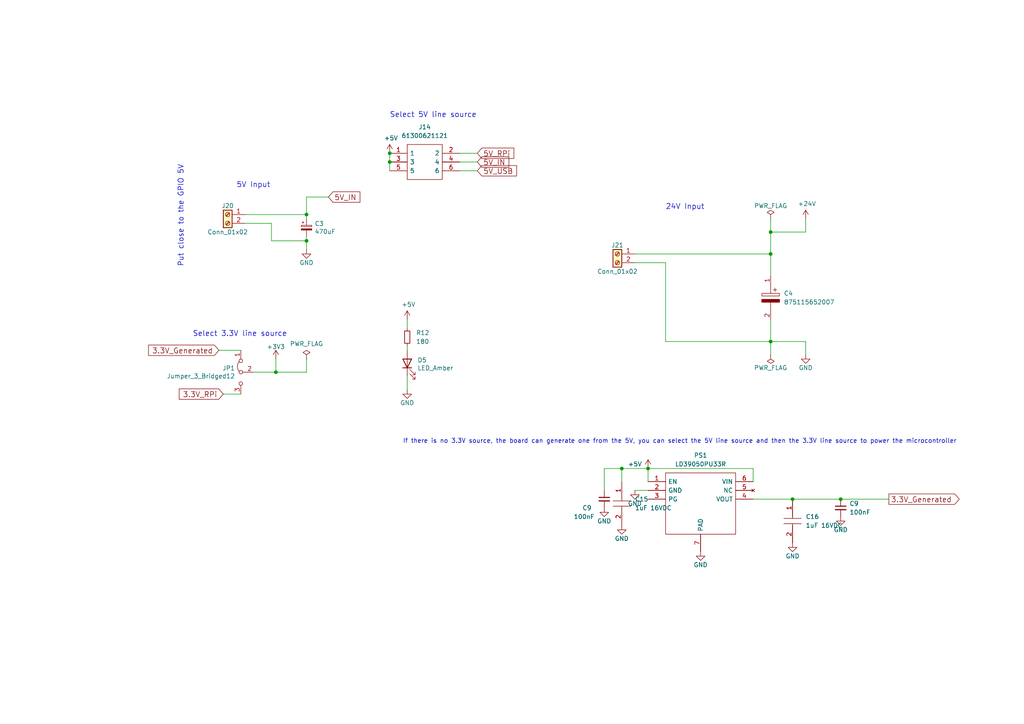
<source format=kicad_sch>
(kicad_sch (version 20230121) (generator eeschema)
  (paper "A4")
  (title_block (title "Power management") (date "2023-10-13") (rev "0.7") (comment 1 "Aurélien Lesage"))
  (lib_symbols
    (symbol "Astroplant_VFR-rescue:+3.3V-power" (power) (pin_names (offset 0))
      (property "Value" "+3.3V-power" (at 0 3.556 0))
      (symbol "+3.3V-power_0_1"
        (polyline (pts (xy -0.762 1.27) (xy 0 2.54)))
        (polyline (pts (xy 0 0) (xy 0 2.54)))
        (polyline (pts (xy 0 2.54) (xy 0.762 1.27)))
      )
      (symbol "+3.3V-power_1_1"
        (pin power_in line (at 0 0 90) (length 0) hide (name "+3V3") (number "1"))
      )
    )
    (symbol "Astroplant_VFR-rescue:CP_Small-Device" (pin_numbers hide) (pin_names (offset 0.254) hide)
      (property "Reference" "C" (at 0.254 1.778 0))
      (property "Value" "Device:CP_Small" (at 0.254 -2.032 0))
      (symbol "CP_Small-Device_0_1"
        (rectangle (start -1.524 -0.3048) (end 1.524 -0.6858) (fill (type outline)))
        (rectangle (start -1.524 0.6858) (end 1.524 0.3048))
        (polyline (pts (xy -1.27 1.524) (xy -0.762 1.524)))
        (polyline (pts (xy -1.016 1.27) (xy -1.016 1.778)))
      )
      (symbol "CP_Small-Device_1_1"
        (pin passive line (at 0 2.54 270) (length 1.8542) (name "~") (number "1"))
        (pin passive line (at 0 -2.54 90) (length 1.8542) (name "~") (number "2"))
      )
    )
    (symbol "Astroplant_VFR-rescue:Jumper_3_Bridged12-Jumper" (pin_names (offset 0) hide)
      (property "Reference" "JP" (at -2.54 -2.54 0))
      (property "Value" "Jumper:Jumper_3_Bridged12" (at 0 2.794 0))
      (symbol "Jumper_3_Bridged12-Jumper_0_0"
        (circle (center -3.302 0) (radius 0.508))
        (circle (center 0 0) (radius 0.508))
        (circle (center 3.302 0) (radius 0.508))
      )
      (symbol "Jumper_3_Bridged12-Jumper_0_1"
        (arc (start -0.254 0.508) (mid -1.651 0.9912) (end -3.048 0.508))
        (polyline (pts (xy 0 -1.27) (xy 0 -0.508)))
      )
      (symbol "Jumper_3_Bridged12-Jumper_1_1"
        (pin passive line (at -6.35 0 0) (length 2.54) (name "A") (number "1"))
        (pin input line (at 0 -3.81 90) (length 2.54) (name "C") (number "2"))
        (pin passive line (at 6.35 0 180) (length 2.54) (name "B") (number "3"))
      )
    )
    (symbol "Connector:Screw_Terminal_01x02" (pin_names (offset 1.016) hide)
      (property "Reference" "J" (at 0 2.54 0))
      (property "Value" "Screw_Terminal_01x02" (at 0 -5.08 0))
      (symbol "Screw_Terminal_01x02_1_1"
        (rectangle (start -1.27 1.27) (end 1.27 -3.81) (stroke (width 0.254)) (fill (type background)))
        (circle (center 0 -2.54) (radius 0.635) (stroke (width 0.1524)))
        (polyline (pts (xy -0.5334 -2.2098) (xy 0.3302 -3.048)) (stroke (width 0.1524)))
        (polyline (pts (xy -0.5334 0.3302) (xy 0.3302 -0.508)) (stroke (width 0.1524)))
        (polyline (pts (xy -0.3556 -2.032) (xy 0.508 -2.8702)) (stroke (width 0.1524)))
        (polyline (pts (xy -0.3556 0.508) (xy 0.508 -0.3302)) (stroke (width 0.1524)))
        (circle (center 0 0) (radius 0.635) (stroke (width 0.1524)))
        (pin passive line (at -5.08 0 0) (length 3.81) (name "Pin_1") (number "1"))
        (pin passive line (at -5.08 -2.54 0) (length 3.81) (name "Pin_2") (number "2"))
      )
    )
    (symbol "Device:C_Small" (pin_numbers hide) (pin_names (offset 0.254) hide)
      (property "Reference" "C" (at 0.254 1.778 0))
      (property "Value" "C_Small" (at 0.254 -2.032 0))
      (symbol "C_Small_0_1"
        (polyline (pts (xy -1.524 -0.508) (xy 1.524 -0.508)) (stroke (width 0.3302)))
        (polyline (pts (xy -1.524 0.508) (xy 1.524 0.508)) (stroke (width 0.3048)))
      )
      (symbol "C_Small_1_1"
        (pin passive line (at 0 2.54 270) (length 2.032) (name "~") (number "1"))
        (pin passive line (at 0 -2.54 90) (length 2.032) (name "~") (number "2"))
      )
    )
    (symbol "Device:LED" (pin_numbers hide) (pin_names (offset 1.016) hide)
      (property "Reference" "D" (at 0 2.54 0))
      (property "Value" "LED" (at 0 -2.54 0))
      (symbol "LED_0_1"
        (polyline (pts (xy -1.27 -1.27) (xy -1.27 1.27)) (stroke (width 0.254)))
        (polyline (pts (xy -1.27 0) (xy 1.27 0)))
        (polyline (pts (xy 1.27 -1.27) (xy 1.27 1.27) (xy -1.27 0) (xy 1.27 -1.27)) (stroke (width 0.254)))
        (polyline (pts (xy -3.048 -0.762) (xy -4.572 -2.286) (xy -3.81 -2.286) (xy -4.572 -2.286) (xy -4.572 -1.524)))
        (polyline (pts (xy -1.778 -0.762) (xy -3.302 -2.286) (xy -2.54 -2.286) (xy -3.302 -2.286) (xy -3.302 -1.524)))
      )
      (symbol "LED_1_1"
        (pin passive line (at -3.81 0 0) (length 2.54) (name "K") (number "1"))
        (pin passive line (at 3.81 0 180) (length 2.54) (name "A") (number "2"))
      )
    )
    (symbol "Device:R_Small" (pin_numbers hide) (pin_names (offset 0.254) hide)
      (property "Reference" "R" (at 0.762 0.508 0))
      (property "Value" "R_Small" (at 0.762 -1.016 0))
      (symbol "R_Small_0_1"
        (rectangle (start -0.762 1.778) (end 0.762 -1.778) (stroke (width 0.2032)))
      )
      (symbol "R_Small_1_1"
        (pin passive line (at 0 2.54 270) (length 0.762) (name "~") (number "1"))
        (pin passive line (at 0 -2.54 90) (length 0.762) (name "~") (number "2"))
      )
    )
    (symbol "SamacSys_Parts:61300621121" (pin_names (offset 0.762))
      (property "Reference" "J" (at 16.51 7.62 0))
      (property "Value" "61300621121" (at 16.51 5.08 0))
      (symbol "61300621121_0_0"
        (pin passive line (at 0 0 0) (length 5.08) (name "1") (number "1"))
        (pin passive line (at 20.32 0 180) (length 5.08) (name "2") (number "2"))
        (pin passive line (at 0 -2.54 0) (length 5.08) (name "3") (number "3"))
        (pin passive line (at 20.32 -2.54 180) (length 5.08) (name "4") (number "4"))
        (pin passive line (at 0 -5.08 0) (length 5.08) (name "5") (number "5"))
        (pin passive line (at 20.32 -5.08 180) (length 5.08) (name "6") (number "6"))
      )
      (symbol "61300621121_0_1"
        (polyline (pts (xy 5.08 2.54) (xy 15.24 2.54) (xy 15.24 -7.62) (xy 5.08 -7.62) (xy 5.08 2.54)) (stroke (width 0.1524)))
      )
    )
    (symbol "SamacSys_Parts:875115652007" (pin_names (offset 0.762))
      (property "Reference" "C" (at 8.89 6.35 0))
      (property "Value" "875115652007" (at 8.89 3.81 0))
      (symbol "875115652007_0_0"
        (pin passive line (at 0 0 0) (length 2.54) (name "~") (number "1"))
        (pin passive line (at 12.7 0 180) (length 2.54) (name "~") (number "2"))
      )
      (symbol "875115652007_0_1"
        (polyline (pts (xy 2.54 0) (xy 5.08 0)) (stroke (width 0.1524)))
        (polyline (pts (xy 4.064 1.778) (xy 4.064 0.762)) (stroke (width 0.1524)))
        (polyline (pts (xy 4.572 1.27) (xy 3.556 1.27)) (stroke (width 0.1524)))
        (polyline (pts (xy 7.62 0) (xy 10.16 0)) (stroke (width 0.1524)))
        (polyline (pts (xy 5.08 2.54) (xy 5.08 -2.54) (xy 5.842 -2.54) (xy 5.842 2.54) (xy 5.08 2.54)) (stroke (width 0.1524)))
        (polyline (pts (xy 7.62 2.54) (xy 7.62 -2.54) (xy 6.858 -2.54) (xy 6.858 2.54) (xy 7.62 2.54)) (stroke (width 0.254)) (fill (type outline)))
      )
    )
    (symbol "SamacSys_Parts:GRM185R61C105KE44D" (pin_names (offset 0.762))
      (property "Reference" "C" (at 8.89 6.35 0))
      (property "Value" "GRM185R61C105KE44D" (at 8.89 3.81 0))
      (symbol "GRM185R61C105KE44D_0_0"
        (pin passive line (at 0 0 0) (length 5.08) (name "~") (number "1"))
        (pin passive line (at 12.7 0 180) (length 5.08) (name "~") (number "2"))
      )
      (symbol "GRM185R61C105KE44D_0_1"
        (polyline (pts (xy 5.08 0) (xy 5.588 0)) (stroke (width 0.1524)))
        (polyline (pts (xy 5.588 2.54) (xy 5.588 -2.54)) (stroke (width 0.1524)))
        (polyline (pts (xy 7.112 0) (xy 7.62 0)) (stroke (width 0.1524)))
        (polyline (pts (xy 7.112 2.54) (xy 7.112 -2.54)) (stroke (width 0.1524)))
      )
    )
    (symbol "SamacSys_Parts:LD39050PU33R" (pin_names (offset 0.762))
      (property "Reference" "PS" (at 26.67 7.62 0))
      (property "Value" "LD39050PU33R" (at 26.67 5.08 0))
      (symbol "LD39050PU33R_0_0"
        (pin input line (at 0 0 0) (length 5.08) (name "EN") (number "1"))
        (pin power_in line (at 0 -2.54 0) (length 5.08) (name "GND") (number "2"))
        (pin output line (at 0 -5.08 0) (length 5.08) (name "PG") (number "3"))
        (pin output line (at 30.48 -5.08 180) (length 5.08) (name "VOUT") (number "4"))
        (pin no_connect line (at 30.48 -2.54 180) (length 5.08) (name "NC") (number "5"))
        (pin power_in line (at 30.48 0 180) (length 5.08) (name "VIN") (number "6"))
        (pin power_in line (at 15.24 -20.32 90) (length 5.08) (name "PAD") (number "7"))
      )
      (symbol "LD39050PU33R_0_1"
        (polyline (pts (xy 5.08 2.54) (xy 25.4 2.54) (xy 25.4 -15.24) (xy 5.08 -15.24) (xy 5.08 2.54)) (stroke (width 0.1524)))
      )
    )
    (symbol "power:+24V" (power) (pin_names (offset 0))
      (property "Value" "+24V" (at 0 3.556 0))
      (symbol "+24V_0_1"
        (polyline (pts (xy -0.762 1.27) (xy 0 2.54)))
        (polyline (pts (xy 0 0) (xy 0 2.54)))
        (polyline (pts (xy 0 2.54) (xy 0.762 1.27)))
      )
      (symbol "+24V_1_1"
        (pin power_in line (at 0 0 90) (length 0) hide (name "+24V") (number "1"))
      )
    )
    (symbol "power:+5V" (power) (pin_names (offset 0))
      (property "Value" "+5V" (at 0 3.556 0))
      (symbol "+5V_0_1"
        (polyline (pts (xy -0.762 1.27) (xy 0 2.54)))
        (polyline (pts (xy 0 0) (xy 0 2.54)))
        (polyline (pts (xy 0 2.54) (xy 0.762 1.27)))
      )
      (symbol "+5V_1_1"
        (pin power_in line (at 0 0 90) (length 0) hide (name "+5V") (number "1"))
      )
    )
    (symbol "power:GND" (power) (pin_names (offset 0))
      (property "Value" "GND" (at 0 -3.81 0))
      (symbol "GND_0_1"
        (polyline (pts (xy 0 0) (xy 0 -1.27) (xy 1.27 -1.27) (xy 0 -2.54) (xy -1.27 -1.27) (xy 0 -1.27)))
      )
      (symbol "GND_1_1"
        (pin power_in line (at 0 0 270) (length 0) hide (name "GND") (number "1"))
      )
    )
    (symbol "power:PWR_FLAG" (power) (pin_numbers hide) (pin_names (offset 0) hide)
      (property "Value" "PWR_FLAG" (at 0 3.81 0))
      (symbol "PWR_FLAG_0_0"
        (pin power_out line (at 0 0 90) (length 0) (name "pwr") (number "1"))
      )
      (symbol "PWR_FLAG_0_1"
        (polyline (pts (xy 0 0) (xy 0 1.27) (xy -1.016 1.905) (xy 0 2.54) (xy 1.016 1.905) (xy 0 1.27)))
      )
    )
  )
  (junction (at 180.34 135.89))
  (junction (at 113.03 46.99))
  (junction (at 88.9 69.85))
  (junction (at 243.84 144.78))
  (junction (at 223.52 99.06))
  (junction (at 80.01 107.95))
  (junction (at 187.96 135.89))
  (junction (at 223.52 67.31))
  (junction (at 88.9 62.23))
  (junction (at 113.03 44.45))
  (junction (at 223.52 73.66))
  (junction (at 229.87 144.78))
  (wire (pts (xy 138.43 49.53) (xy 133.35 49.53)))
  (wire (pts (xy 223.52 99.06) (xy 223.52 102.87)))
  (wire (pts (xy 175.26 142.24) (xy 175.26 135.89)))
  (wire (pts (xy 187.96 135.89) (xy 187.96 139.7)))
  (wire (pts (xy 193.04 76.2) (xy 193.04 99.06)))
  (wire (pts (xy 218.44 135.89) (xy 187.96 135.89)))
  (wire (pts (xy 118.11 109.22) (xy 118.11 113.03)))
  (wire (pts (xy 113.03 44.45) (xy 113.03 46.99)))
  (wire (pts (xy 64.77 114.3) (xy 69.85 114.3)))
  (wire (pts (xy 243.84 144.78) (xy 257.81 144.78)))
  (wire (pts (xy 88.9 104.14) (xy 88.9 107.95)))
  (wire (pts (xy 193.04 99.06) (xy 223.52 99.06)))
  (wire (pts (xy 184.15 76.2) (xy 193.04 76.2)))
  (wire (pts (xy 88.9 62.23) (xy 88.9 63.5)))
  (wire (pts (xy 73.66 107.95) (xy 80.01 107.95)))
  (wire (pts (xy 180.34 135.89) (xy 187.96 135.89)))
  (wire (pts (xy 118.11 100.33) (xy 118.11 101.6)))
  (wire (pts (xy 223.52 99.06) (xy 233.68 99.06)))
  (wire (pts (xy 63.5 101.6) (xy 69.85 101.6)))
  (wire (pts (xy 233.68 67.31) (xy 233.68 63.5)))
  (wire (pts (xy 118.11 92.71) (xy 118.11 95.25)))
  (wire (pts (xy 71.12 62.23) (xy 88.9 62.23)))
  (wire (pts (xy 223.52 73.66) (xy 223.52 67.31)))
  (wire (pts (xy 78.74 69.85) (xy 88.9 69.85)))
  (wire (pts (xy 218.44 139.7) (xy 218.44 135.89)))
  (wire (pts (xy 80.01 107.95) (xy 80.01 104.14)))
  (wire (pts (xy 184.15 142.24) (xy 187.96 142.24)))
  (wire (pts (xy 180.34 135.89) (xy 180.34 139.7)))
  (wire (pts (xy 95.25 57.15) (xy 88.9 57.15)))
  (wire (pts (xy 223.52 67.31) (xy 233.68 67.31)))
  (wire (pts (xy 138.43 44.45) (xy 133.35 44.45)))
  (wire (pts (xy 223.52 73.66) (xy 223.52 80.01)))
  (wire (pts (xy 88.9 107.95) (xy 80.01 107.95)))
  (wire (pts (xy 184.15 73.66) (xy 223.52 73.66)))
  (wire (pts (xy 138.43 46.99) (xy 133.35 46.99)))
  (wire (pts (xy 223.52 92.71) (xy 223.52 99.06)))
  (wire (pts (xy 88.9 69.85) (xy 88.9 72.39)))
  (wire (pts (xy 175.26 135.89) (xy 180.34 135.89)))
  (wire (pts (xy 229.87 144.78) (xy 243.84 144.78)))
  (wire (pts (xy 88.9 57.15) (xy 88.9 62.23)))
  (wire (pts (xy 88.9 69.85) (xy 88.9 68.58)))
  (wire (pts (xy 78.74 64.77) (xy 78.74 69.85)))
  (wire (pts (xy 233.68 99.06) (xy 233.68 102.87)))
  (wire (pts (xy 218.44 144.78) (xy 229.87 144.78)))
  (wire (pts (xy 223.52 67.31) (xy 223.52 63.5)))
  (wire (pts (xy 71.12 64.77) (xy 78.74 64.77)))
  (wire (pts (xy 113.03 46.99) (xy 113.03 49.53)))
  (text "24V Input" (at 193.04 60.96 0) (effects (font (size 1.524 1.524)) (justify left bottom)))
  (text "If there is no 3.3V source, the board can generate one from the 5V, you can select the 5V line source and then the 3.3V line source to power the microcontroller\n\n" (at 116.84 130.81 0) (effects (font (size 1.27 1.27)) (justify left bottom)))
  (text "Select 5V line source" (at 113.03 34.29 0) (effects (font (size 1.524 1.524)) (justify left bottom)))
  (text "5V Input" (at 68.58 54.61 0) (effects (font (size 1.524 1.524)) (justify left bottom)))
  (text "Select 3.3V line source" (at 55.88 97.79 0) (effects (font (size 1.524 1.524)) (justify left bottom)))
  (text "Put close to the GPIO 5V" (at 53.34 77.47 90) (effects (font (size 1.524 1.524)) (justify left bottom)))
  (global_label "5V_USB" (shape input) (at 138.43 49.53 0) (effects (font (size 1.524 1.524))) (property "Intersheetrefs" "${INTERSHEET_REFS}" (effects hide)))
  (global_label "3.3V_RPi" (shape input) (at 64.77 114.3 180) (effects (font (size 1.524 1.524))) (property "Intersheetrefs" "${INTERSHEET_REFS}" (effects hide)))
  (global_label "5V_RPi" (shape input) (at 138.43 44.45 0) (effects (font (size 1.524 1.524))) (property "Intersheetrefs" "${INTERSHEET_REFS}" (effects hide)))
  (global_label "3.3V_Generated" (shape input) (at 63.5 101.6 180) (effects (font (size 1.524 1.524))) (property "Intersheetrefs" "${INTERSHEET_REFS}" (effects hide)))
  (global_label "3.3V_Generated" (shape output) (at 257.81 144.78 0) (effects (font (size 1.524 1.524))) (property "Intersheetrefs" "${INTERSHEET_REFS}" (effects hide)))
  (global_label "5V_IN" (shape input) (at 138.43 46.99 0) (effects (font (size 1.524 1.524))) (property "Intersheetrefs" "${INTERSHEET_REFS}" (effects hide)))
  (global_label "5V_IN" (shape input) (at 95.25 57.15 0) (effects (font (size 1.524 1.524))) (property "Intersheetrefs" "${INTERSHEET_REFS}" (effects hide)))
  (symbol (lib_id "power:PWR_FLAG") (at 223.52 63.5 0) (unit 1)
    (property "Reference" "#FLG0103" (effects hide))
    (property "Value" "PWR_FLAG" (at 223.52 59.69 0))
  )
  (symbol (lib_id "power:PWR_FLAG") (at 223.52 102.87 180) (unit 1)
    (property "Reference" "#FLG0104" (effects hide))
    (property "Value" "PWR_FLAG" (at 223.52 106.68 0))
  )
  (symbol (lib_id "Connector:Screw_Terminal_01x02") (at 179.07 73.66 0) (mirror y) (unit 1)
    (property "Reference" "J21" (at 179.07 71.12 0))
    (property "Value" "Conn_01x02" (at 179.07 78.74 0))
    (property "Footprint" "SamacSys_Parts:SHDR2W100P0X500_1X2_1000X750X990P" (effects hide))
    (property "Datasheet" "https://www.we-online.com/components/products/datasheet/691102710002.pdf" (effects hide))
    (property "MPN" "691102710002" (effects hide))
    (property "URL" "https://www.we-online.com/components/products/datasheet/691102710002.pdf" (effects hide))
    (property "Mouser Part Number" " 710-691102710002" (effects hide))
  )
  (symbol (lib_id "power:GND") (at 233.68 102.87 0) (unit 1)
    (property "Reference" "#PWR0139" (effects hide))
    (property "Value" "GND" (at 233.68 106.68 0))
  )
  (symbol (lib_id "power:+24V") (at 233.68 63.5 0) (unit 1)
    (property "Reference" "#PWR0140" (effects hide))
    (property "Value" "+24V" (at 234.061 59.1058 0))
  )
  (symbol (lib_id "Connector:Screw_Terminal_01x02") (at 66.04 62.23 0) (mirror y) (unit 1)
    (property "Reference" "J20" (at 66.04 59.69 0))
    (property "Value" "Conn_01x02" (at 66.04 67.31 0))
    (property "Footprint" "SamacSys_Parts:SHDR2W100P0X500_1X2_1000X750X990P" (effects hide))
    (property "Datasheet" "https://www.we-online.com/components/products/datasheet/691102710002.pdf" (effects hide))
    (property "MPN" "691102710002" (effects hide))
    (property "URL" "https://www.we-online.com/components/products/datasheet/691102710002.pdf" (effects hide))
    (property "Digikey Part Number" "710-691102710002" (effects hide))
  )
  (symbol (lib_id "power:+5V") (at 113.03 44.45 0) (unit 1)
    (property "Reference" "#PWR0141" (effects hide))
    (property "Value" "+5V" (at 113.411 40.0558 0))
  )
  (symbol (lib_id "power:GND") (at 88.9 72.39 0) (unit 1)
    (property "Reference" "#PWR0142" (effects hide))
    (property "Value" "GND" (at 88.9 76.2 0))
  )
  (symbol (lib_id "Astroplant_VFR-rescue:CP_Small-Device") (at 88.9 66.04 0) (unit 1)
    (property "Reference" "C3" (at 91.2368 64.8716 0) (effects (justify left)))
    (property "Value" "470uF" (at 91.2368 67.183 0) (effects (justify left)))
    (property "Footprint" "Capacitor_SMD:CP_Elec_8x6.9" (effects hide))
    (property "Datasheet" "http://katalog.we-online.de/pbs/datasheet/875115150005.pdf" (effects hide))
    (property "MPN" "875115150005" (effects hide))
    (property "Digikey PN" "732-6443-1-ND" (effects hide))
  )
  (symbol (lib_id "Device:LED") (at 118.11 105.41 90) (unit 1)
    (property "Reference" "D5" (at 121.0818 104.4448 90) (effects (justify right)))
    (property "Value" "LED_Amber" (at 121.0818 106.7562 90) (effects (justify right)))
    (property "Footprint" "LED_SMD:LED_0603_1608Metric" (effects hide))
    (property "Datasheet" "https://fscdn.rohm.com/en/products/databook/datasheet/opto/led/chip_mono/sml-d12d8wt86(c)-e.pdf" (effects hide))
    (property "MPN" "SML-D12D8WT8" (effects hide))
    (property "Mouser PN" " 755-SML-D12D8WT86C" (effects hide))
  )
  (symbol (lib_id "power:+5V") (at 118.11 92.71 0) (unit 1)
    (property "Reference" "#PWR0143" (effects hide))
    (property "Value" "+5V" (at 118.491 88.3158 0))
  )
  (symbol (lib_id "power:GND") (at 118.11 113.03 0) (unit 1)
    (property "Reference" "#PWR0144" (effects hide))
    (property "Value" "GND" (at 118.11 116.84 0))
  )
  (symbol (lib_id "power:GND") (at 203.2 160.02 0) (unit 1)
    (property "Reference" "#PWR0139" (effects hide))
    (property "Value" "GND" (at 203.2 163.83 0))
    (instances (project "Astroplant_VFR" (path "" (reference "#PWR0139") (unit 1))) (project "Astroplant_AL" (path "" (reference "#PWR010") (unit 1)) (path "" (reference "#PWR08") (unit 1))))
  )
  (symbol (lib_id "power:GND") (at 229.87 157.48 0) (unit 1)
    (property "Reference" "#PWR0139" (effects hide))
    (property "Value" "GND" (at 229.87 161.29 0))
    (instances (project "Astroplant_VFR" (path "" (reference "#PWR0139") (unit 1))) (project "Astroplant_AL" (path "" (reference "#PWR025") (unit 1)) (path "" (reference "#PWR08") (unit 1))))
  )
  (symbol (lib_id "power:GND") (at 184.15 142.24 0) (unit 1)
    (property "Reference" "#PWR0139" (effects hide))
    (property "Value" "GND" (at 184.15 146.05 0))
    (instances (project "Astroplant_VFR" (path "" (reference "#PWR0139") (unit 1))) (project "Astroplant_AL" (path "" (reference "#PWR08") (unit 1)) (path "" (reference "#PWR09") (unit 1))))
  )
  (symbol (lib_id "SamacSys_Parts:875115652007") (at 223.52 80.01 270) (unit 1)
    (property "Reference" "C4" (at 227.33 85.09 90) (effects (justify left)))
    (property "Value" "875115652007" (at 227.33 87.63 90) (effects (justify left)))
    (property "Footprint" "CAPAE830X900N" (effects hide))
    (property "Datasheet" "https://www.we-online.com/catalog/datasheet/875115652007.pdf" (effects hide))
    (property "Description" "Aluminium Organic Polymer Capacitors WCAP-PSHP 35V 100uF 20% ESR=30mOhms" (effects hide))
    (property "Height" "9" (effects hide))
    (property "Manufacturer_Name" "Wurth Elektronik" (effects hide))
    (property "Manufacturer_Part_Number" "100uF" (effects hide))
    (property "Mouser Part Number" "710-875115652007" (effects hide))
    (property "Mouser Price/Stock" "https://www.mouser.co.uk/ProductDetail/Wurth-Elektronik/875115652007?qs=qpJ%252B%252B%252Bdg6p0icXSGNvkjuQ%3D%3D" (effects hide))
    (property "MPN" "875115652007" (effects hide))
  )
  (symbol (lib_id "Device:C_Small") (at 243.84 147.32 0) (unit 1)
    (property "Reference" "C9" (at 246.38 146.0563 0) (effects (justify left)))
    (property "Value" "100nF" (at 246.38 148.5963 0) (effects (justify left)))
    (property "Footprint" "Capacitor_SMD:C_0603_1608Metric" (effects hide))
    (property "MPN" "VJ0603Y104MXJCW1BC" (effects hide))
    (instances (project "Astroplant_AL" (path "" (reference "C9") (unit 1)) (path "" (reference "C1") (unit 1)) (path "" (reference "C17") (unit 1))))
  )
  (symbol (lib_id "power:GND") (at 243.84 149.86 0) (unit 1)
    (property "Reference" "#PWR0139" (effects hide))
    (property "Value" "GND" (at 243.84 153.67 0))
    (instances (project "Astroplant_VFR" (path "" (reference "#PWR0139") (unit 1))) (project "Astroplant_AL" (path "" (reference "#PWR026") (unit 1)) (path "" (reference "#PWR08") (unit 1))))
  )
  (symbol (lib_id "power:+5V") (at 187.96 135.89 0) (unit 1)
    (property "Reference" "#PWR0141" (effects hide))
    (property "Value" "+5V" (at 184.15 134.62 0))
    (instances (project "Astroplant_VFR" (path "" (reference "#PWR0141") (unit 1))) (project "Astroplant_AL" (path "" (reference "#PWR09") (unit 1)) (path "" (reference "#PWR010") (unit 1))))
  )
  (symbol (lib_id "Astroplant_VFR-rescue:Jumper_3_Bridged12-Jumper") (at 69.85 107.95 90) (mirror x) (unit 1)
    (property "Reference" "JP1" (at 68.1736 106.7816 90) (effects (justify left)))
    (property "Value" "Jumper_3_Bridged12" (at 68.1736 109.093 90) (effects (justify left)))
    (property "Footprint" "Connector_PinHeader_2.54mm:PinHeader_1x03_P2.54mm_Vertical" (effects hide))
    (property "Datasheet" "http://katalog.we-online.de/em/datasheet/6130xx11121.pdf" (effects hide))
    (property "MPN" "61300311121" (effects hide))
    (property "Digikey PN" "732-5316-ND" (effects hide))
    (instances (project "Astroplant_VFR" (path "" (reference "JP1") (unit 1))) (project "Astroplant_AL" (path "" (reference "JP5") (unit 1))))
  )
  (symbol (lib_id "SamacSys_Parts:GRM185R61C105KE44D") (at 229.87 144.78 270) (unit 1)
    (property "Reference" "C16" (at 233.68 149.86 90) (effects (justify left)))
    (property "Value" "1uF 16VDC" (at 233.68 152.4 90) (effects (justify left)))
    (property "Footprint" "CAPC1608X50N" (effects hide))
    (property "Datasheet" "https://componentsearchengine.com/Datasheets/2/GRM185R61C105KE44D.pdf" (effects hide))
    (property "Description" "MURATA - GRM185R61C105KE44D - CAP, MLCC, X5R, 1UF, 16V, 0603" (effects hide))
    (property "Height" "0.5" (effects hide))
    (property "Manufacturer_Name" "Murata Electronics" (effects hide))
    (property "Manufacturer_Part_Number" "GRM185R61C105KE44D" (effects hide))
    (property "Mouser Part Number" "81-GRM185R61C105KE44" (effects hide))
    (property "Mouser Price/Stock" "https://www.mouser.co.uk/ProductDetail/Murata-Electronics/GRM185R61C105KE44D?qs=c4yvaafl%252BAw5enNBKMnY3A%3D%3D" (effects hide))
    (property "MPN" "GRM185R61C105KE44D" (effects hide))
    (property "Arrow Price/Stock" "https://www.arrow.com/en/products/grm185r61c105ke44d/murata-manufacturing" (effects hide))
  )
  (symbol (lib_id "Device:R_Small") (at 118.11 97.79 180) (unit 1)
    (property "Reference" "R12" (at 120.65 96.52 0) (effects (justify right)))
    (property "Value" "180" (at 120.65 99.06 0) (effects (justify right)))
    (property "Footprint" "Resistor_SMD:R_0603_1608Metric" (effects hide))
    (property "MPN" "CRCW0603180RFKEA" (effects hide))
    (instances (project "Astroplant_AL" (path "" (reference "R12") (unit 1)) (path "" (reference "R11") (unit 1))))
  )
  (symbol (lib_id "power:GND") (at 180.34 152.4 0) (unit 1)
    (property "Reference" "#PWR0139" (effects hide))
    (property "Value" "GND" (at 180.34 156.21 0))
    (instances (project "Astroplant_VFR" (path "" (reference "#PWR0139") (unit 1))) (project "Astroplant_AL" (path "" (reference "#PWR014") (unit 1)) (path "" (reference "#PWR08") (unit 1))))
  )
  (symbol (lib_id "SamacSys_Parts:61300621121") (at 113.03 44.45 0) (unit 1)
    (property "Reference" "J14" (at 123.19 36.83 0))
    (property "Value" "61300621121" (at 123.19 39.37 0))
    (property "Footprint" "HDRV6W64P254_2X3_762X508X889P" (effects hide))
    (property "Description" "WR-PHD 2.54mm  Dual Pin Header THT 06p Wurth Elektronik WR-PHD Series, Series Number 6130, 2.54mm Pitch 6 Way 2 Row Straight PCB Header, Solder Termination" (effects hide))
    (property "Height" "8.89" (effects hide))
    (property "Manufacturer_Name" "Wurth Elektronik" (effects hide))
    (property "Manufacturer_Part_Number" "61300621121" (effects hide))
    (property "Mouser Part Number" "710-61300621121" (effects hide))
    (property "Mouser Price/Stock" "https://www.mouser.co.uk/ProductDetail/Wurth-Elektronik/61300621121?qs=PhR8RmCirEb94hrEcn0AQg%3D%3D" (effects hide))
    (property "MPN" "61300621121" (effects hide))
  )
  (symbol (lib_id "Device:C_Small") (at 175.26 144.78 0) (unit 1)
    (property "Reference" "C9" (at 168.91 147.32 0) (effects (justify left)))
    (property "Value" "100nF" (at 166.37 149.86 0) (effects (justify left)))
    (property "Footprint" "Capacitor_SMD:C_0603_1608Metric" (effects hide))
    (property "MPN" "VJ0603Y104MXJCW1BC" (effects hide))
    (instances (project "Astroplant_AL" (path "" (reference "C9") (unit 1)) (path "" (reference "C1") (unit 1)) (path "" (reference "C18") (unit 1))))
  )
  (symbol (lib_id "power:PWR_FLAG") (at 88.9 104.14 0) (unit 1)
    (property "Reference" "#FLG0105" (effects hide))
    (property "Value" "PWR_FLAG" (at 88.9 99.7204 0))
    (instances (project "Astroplant_VFR" (path "" (reference "#FLG0105") (unit 1))) (project "Astroplant_AL" (path "" (reference "#FLG01") (unit 1))))
  )
  (symbol (lib_id "Astroplant_VFR-rescue:+3.3V-power") (at 80.01 104.14 0) (unit 1)
    (property "Reference" "#PWR0116" (effects hide))
    (property "Value" "+3.3V" (at 80.01 100.584 0))
    (instances (project "Astroplant_VFR" (path "" (reference "#PWR0116") (unit 1))) (project "Astroplant_AL" (path "" (reference "#PWR0116") (unit 1)) (path "" (reference "#PWR06") (unit 1)) (path "" (reference "#PWR011") (unit 1))))
  )
  (symbol (lib_id "power:GND") (at 175.26 147.32 0) (unit 1)
    (property "Reference" "#PWR0139" (effects hide))
    (property "Value" "GND" (at 175.26 151.13 0))
    (instances (project "Astroplant_VFR" (path "" (reference "#PWR0139") (unit 1))) (project "Astroplant_AL" (path "" (reference "#PWR024") (unit 1)) (path "" (reference "#PWR08") (unit 1))))
  )
  (symbol (lib_id "SamacSys_Parts:LD39050PU33R") (at 187.96 139.7 0) (unit 1)
    (property "Reference" "PS1" (at 203.2 132.08 0))
    (property "Value" "LD39050PU33R" (at 203.2 134.62 0))
    (property "Footprint" "SamacSys_Parts:SON95P300X300X100-7N-D" (effects hide))
    (property "Datasheet" "https://componentsearchengine.com/Datasheets/2/LD39050PU33R.pdf" (effects hide))
    (property "Description" "STMICROELECTRONICS - LD39050PU33R - LDO, FIXED, 3.3V, 0.5A, DFN-6" (effects hide))
    (property "Height" "1" (effects hide))
    (property "Manufacturer_Name" "STMicroelectronics" (effects hide))
    (property "Manufacturer_Part_Number" "LD39050PU33R" (effects hide))
    (property "Mouser Part Number" "511-LD39050PU33R" (effects hide))
    (property "Mouser Price/Stock" "https://www.mouser.co.uk/ProductDetail/STMicroelectronics/LD39050PU33R?qs=5HwTSiuA5HCrgw9sKi%2FGcQ%3D%3D" (effects hide))
    (property "Arrow Part Number" "LD39050PU33R" (effects hide))
    (property "Arrow Price/Stock" "https://www.arrow.com/en/products/ld39050pu33r/stmicroelectronics?region=europe" (effects hide))
    (property "MPN" "LD39050PU33R" (effects hide))
  )
  (symbol (lib_id "SamacSys_Parts:GRM185R61C105KE44D") (at 180.34 139.7 270) (unit 1)
    (property "Reference" "C15" (at 184.15 144.78 90) (effects (justify left)))
    (property "Value" "1uF 16VDC" (at 184.15 147.32 90) (effects (justify left)))
    (property "Footprint" "CAPC1608X50N" (effects hide))
    (property "Datasheet" "https://componentsearchengine.com/Datasheets/2/GRM185R61C105KE44D.pdf" (effects hide))
    (property "Description" "MURATA - GRM185R61C105KE44D - CAP, MLCC, X5R, 1UF, 16V, 0603" (effects hide))
    (property "Height" "0.5" (effects hide))
    (property "Manufacturer_Name" "Murata Electronics" (effects hide))
    (property "Manufacturer_Part_Number" "GRM185R61C105KE44D" (effects hide))
    (property "Mouser Part Number" "81-GRM185R61C105KE44" (effects hide))
    (property "Mouser Price/Stock" "https://www.mouser.co.uk/ProductDetail/Murata-Electronics/GRM185R61C105KE44D?qs=c4yvaafl%252BAw5enNBKMnY3A%3D%3D" (effects hide))
    (property "MPN" "GRM185R61C105KE44D" (effects hide))
    (property "Arrow Price/Stock" "https://www.arrow.com/en/products/grm185r61c105ke44d/murata-manufacturing" (effects hide))
  )
)
</source>
